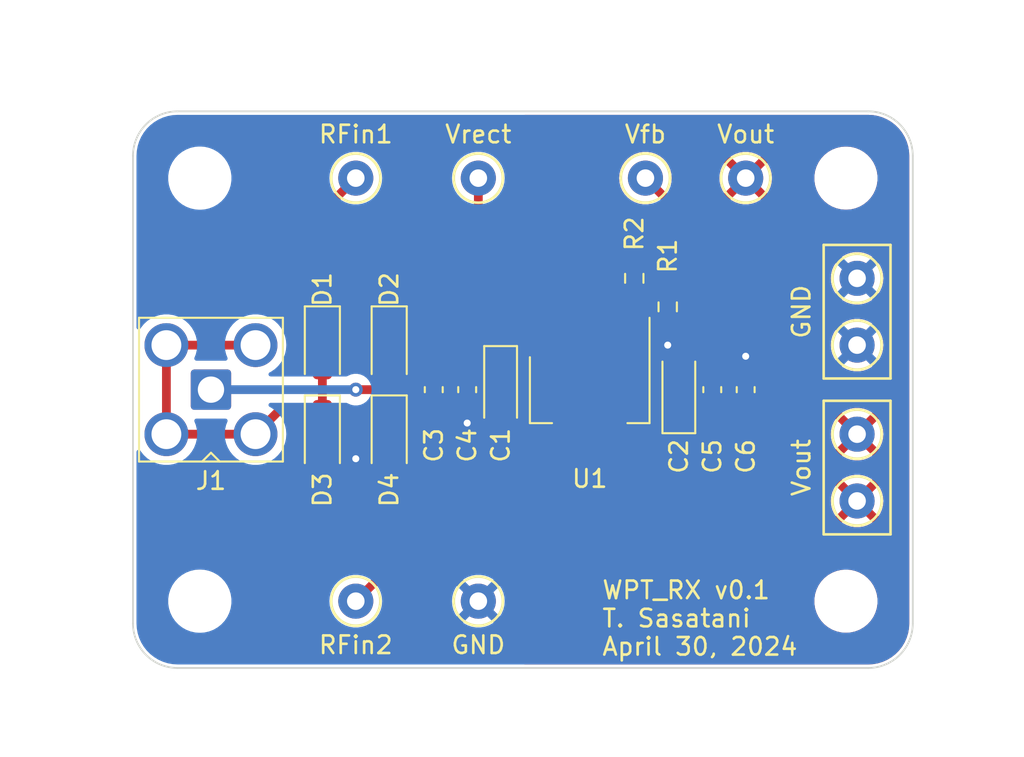
<source format=kicad_pcb>
(kicad_pcb (version 20221018) (generator pcbnew)
  (layers (0 "F.Cu" signal) (31 "B.Cu" signal) (34 "B.Paste" user) (35 "F.Paste" user) (36 "B.SilkS" user "B.Silkscreen") (37 "F.SilkS" user "F.Silkscreen") (38 "B.Mask" user) (39 "F.Mask" user) (44 "Edge.Cuts" user))
  (net 0 "")
  (net 1 "Net-(D1-K)")
  (net 2 "GND")
  (net 3 "Net-(D1-A)")
  (net 4 "Net-(D2-A)")
  (net 5 "Net-(U1-ADJ)")
  (net 6 "/Vout")
  (footprint "Capacitor_SMD:C_0603_1608Metric_Pad1.08x0.95mm_HandSolder" (layer "F.Cu") (at 153.67 79.375 90)
    (fp_text reference "C5" (at -3.81 0 90) (layer "F.SilkS"))
    (fp_text value "C")
    (fp_line (start -0.146267 -0.51) (end 0.146267 -0.51) (stroke (width 0.12)) (layer "F.SilkS"))
    (fp_line (start -0.146267 0.51) (end 0.146267 0.51) (stroke (width 0.12)) (layer "F.SilkS"))
    (pad "1" smd roundrect (at -0.8625 0 90) (size 1.075 0.95) (layers "F.Cu" "F.Paste" "F.Mask") (net 6 "/Vout"))
    (pad "2" smd roundrect (at 0.8625 0 90) (size 1.075 0.95) (layers "F.Cu" "F.Paste" "F.Mask") (net 2 "GND"))
  )
  (footprint "MountingHole:MountingHole_3.2mm_M3" (layer "F.Cu") (at 161.29 91.44)
    (fp_text reference "H4" hide)
    (fp_text value "MountingHole")
    (pad "" np_thru_hole circle (at 0 0) (size 3.2 3.2) (drill 3.2) (layers "*.Cu" "*.Mask"))
  )
  (footprint "TestPoint:TestPoint_Keystone_5000-5004_Miniature" (layer "F.Cu") (at 140.335 91.44 180)
    (fp_text reference "GND" (at 0 -2.5) (layer "F.SilkS"))
    (fp_text value "TestPoint")
    (fp_circle (center 0 0) (end 1.4 0) (stroke (width 0.15)) (fill none) (layer "F.SilkS"))
    (pad "1" thru_hole circle (at 0 0 180) (size 2 2) (drill 1) (layers "*.Cu" "*.Mask") (net 2 "GND"))
  )
  (footprint "TestPoint:TestPoint_Keystone_5000-5004_Miniature" (layer "F.Cu") (at 133.35 91.44 180)
    (fp_text reference "RFin2" (at 0 -2.5) (layer "F.SilkS"))
    (fp_text value "TestPoint")
    (fp_circle (center 0 0) (end 1.4 0) (stroke (width 0.15)) (fill none) (layer "F.SilkS"))
    (pad "1" thru_hole circle (at 0 0 180) (size 2 2) (drill 1) (layers "*.Cu" "*.Mask") (net 4 "Net-(D2-A)"))
  )
  (footprint "Diode_SMD:D_SOD-123F" (layer "F.Cu") (at 131.445 76.835 -90)
    (fp_text reference "D1" (at -3.175 0 90) (layer "F.SilkS"))
    (fp_text value "PMEG6010CEH")
    (fp_line (start -2.21 -1) (end -2.21 1) (stroke (width 0.12)) (layer "F.SilkS"))
    (fp_line (start -2.21 -1) (end 1.65 -1) (stroke (width 0.12)) (layer "F.SilkS"))
    (fp_line (start -2.21 1) (end 1.65 1) (stroke (width 0.12)) (layer "F.SilkS"))
    (pad "1" smd roundrect (at -1.4 0 270) (size 1.1 1.1) (layers "F.Cu" "F.Paste" "F.Mask") (roundrect_rratio 0.2272727273) (net 1 "Net-(D1-K)"))
    (pad "2" smd roundrect (at 1.4 0 270) (size 1.1 1.1) (layers "F.Cu" "F.Paste" "F.Mask") (roundrect_rratio 0.2272727273) (net 3 "Net-(D1-A)"))
  )
  (footprint "Capacitor_SMD:C_0603_1608Metric_Pad1.08x0.95mm_HandSolder" (layer "F.Cu") (at 137.795 79.375 -90)
    (fp_text reference "C3" (at 3.175 0 90) (layer "F.SilkS"))
    (fp_text value "C")
    (fp_line (start -0.146267 -0.51) (end 0.146267 -0.51) (stroke (width 0.12)) (layer "F.SilkS"))
    (fp_line (start -0.146267 0.51) (end 0.146267 0.51) (stroke (width 0.12)) (layer "F.SilkS"))
    (pad "1" smd roundrect (at -0.8625 0 270) (size 1.075 0.95) (layers "F.Cu" "F.Paste" "F.Mask") (net 1 "Net-(D1-K)"))
    (pad "2" smd roundrect (at 0.8625 0 270) (size 1.075 0.95) (layers "F.Cu" "F.Paste" "F.Mask") (net 2 "GND"))
  )
  (footprint "Connector_Coaxial:SMA_Amphenol_901-143_Horizontal" (layer "F.Cu") (at 125.095 79.375 90)
    (fp_text reference "J1" (at -5.2 0) (layer "F.SilkS"))
    (fp_text value "Conn_Coaxial")
    (fp_line (start -4.1 -4.1) (end -4.1 4.1) (stroke (width 0.12)) (layer "F.SilkS"))
    (fp_line (start -4.1 -4.1) (end 4.1 -4.1) (stroke (width 0.12)) (layer "F.SilkS"))
    (fp_line (start -4.1 0.5) (end -3.6 0) (stroke (width 0.12)) (layer "F.SilkS"))
    (fp_line (start -4.1 4.1) (end 4.1 4.1) (stroke (width 0.12)) (layer "F.SilkS"))
    (fp_line (start -3.6 0) (end -4.1 -0.5) (stroke (width 0.12)) (layer "F.SilkS"))
    (fp_line (start 4.1 -4.1) (end 4.1 4.1) (stroke (width 0.12)) (layer "F.SilkS"))
    (pad "1" thru_hole roundrect (at 0 0 90) (size 2.3 2.3) (drill 1.5) (layers "*.Cu" "*.Mask") (roundrect_rratio 0.087) (net 4 "Net-(D2-A)"))
    (pad "2" thru_hole circle (at -2.54 -2.54 90) (size 2.5 2.5) (drill 1.7) (layers "*.Cu" "*.Mask") (net 3 "Net-(D1-A)"))
    (pad "2" thru_hole circle (at -2.54 2.54 90) (size 2.5 2.5) (drill 1.7) (layers "*.Cu" "*.Mask") (net 3 "Net-(D1-A)"))
    (pad "2" thru_hole circle (at 2.54 -2.54 90) (size 2.5 2.5) (drill 1.7) (layers "*.Cu" "*.Mask") (net 3 "Net-(D1-A)"))
    (pad "2" thru_hole circle (at 2.54 2.54 90) (size 2.5 2.5) (drill 1.7) (layers "*.Cu" "*.Mask") (net 3 "Net-(D1-A)"))
  )
  (footprint "Capacitor_SMD:C_0603_1608Metric_Pad1.08x0.95mm_HandSolder" (layer "F.Cu") (at 139.7 79.375 -90)
    (fp_text reference "C4" (at 3.175 0 90) (layer "F.SilkS"))
    (fp_text value "C")
    (fp_line (start -0.146267 -0.51) (end 0.146267 -0.51) (stroke (width 0.12)) (layer "F.SilkS"))
    (fp_line (start -0.146267 0.51) (end 0.146267 0.51) (stroke (width 0.12)) (layer "F.SilkS"))
    (pad "1" smd roundrect (at -0.8625 0 270) (size 1.075 0.95) (layers "F.Cu" "F.Paste" "F.Mask") (net 1 "Net-(D1-K)"))
    (pad "2" smd roundrect (at 0.8625 0 270) (size 1.075 0.95) (layers "F.Cu" "F.Paste" "F.Mask") (net 2 "GND"))
  )
  (footprint "Diode_SMD:D_SOD-123F" (layer "F.Cu") (at 131.445 81.915 -90)
    (fp_text reference "D3" (at 3.175 0 90) (layer "F.SilkS"))
    (fp_text value "PMEG6010CEH")
    (fp_line (start -2.21 -1) (end -2.21 1) (stroke (width 0.12)) (layer "F.SilkS"))
    (fp_line (start -2.21 -1) (end 1.65 -1) (stroke (width 0.12)) (layer "F.SilkS"))
    (fp_line (start -2.21 1) (end 1.65 1) (stroke (width 0.12)) (layer "F.SilkS"))
    (pad "1" smd roundrect (at -1.4 0 270) (size 1.1 1.1) (layers "F.Cu" "F.Paste" "F.Mask") (roundrect_rratio 0.2272727273) (net 3 "Net-(D1-A)"))
    (pad "2" smd roundrect (at 1.4 0 270) (size 1.1 1.1) (layers "F.Cu" "F.Paste" "F.Mask") (roundrect_rratio 0.2272727273) (net 2 "GND"))
  )
  (footprint "Diode_SMD:D_SOD-123F" (layer "F.Cu") (at 135.255 76.835 -90)
    (fp_text reference "D2" (at -3.175 0 90) (layer "F.SilkS"))
    (fp_text value "PMEG6010CEH")
    (fp_line (start -2.21 -1) (end -2.21 1) (stroke (width 0.12)) (layer "F.SilkS"))
    (fp_line (start -2.21 -1) (end 1.65 -1) (stroke (width 0.12)) (layer "F.SilkS"))
    (fp_line (start -2.21 1) (end 1.65 1) (stroke (width 0.12)) (layer "F.SilkS"))
    (pad "1" smd roundrect (at -1.4 0 270) (size 1.1 1.1) (layers "F.Cu" "F.Paste" "F.Mask") (roundrect_rratio 0.2272727273) (net 1 "Net-(D1-K)"))
    (pad "2" smd roundrect (at 1.4 0 270) (size 1.1 1.1) (layers "F.Cu" "F.Paste" "F.Mask") (roundrect_rratio 0.2272727273) (net 4 "Net-(D2-A)"))
  )
  (footprint "Capacitor_Tantalum_SMD:CP_EIA-3216-10_Kemet-I_Pad1.58x1.35mm_HandSolder" (layer "F.Cu") (at 141.605 79.375 -90)
    (fp_text reference "C1" (at 3.175 0 90) (layer "F.SilkS"))
    (fp_text value "C_Polarized")
    (fp_line (start -2.485 -0.935) (end -2.485 0.935) (stroke (width 0.12)) (layer "F.SilkS"))
    (fp_line (start -2.485 0.935) (end 1.6 0.935) (stroke (width 0.12)) (layer "F.SilkS"))
    (fp_line (start 1.6 -0.935) (end -2.485 -0.935) (stroke (width 0.12)) (layer "F.SilkS"))
    (pad "1" smd roundrect (at -1.4375 0 270) (size 1.575 1.35) (layers "F.Cu" "F.Paste" "F.Mask") (roundrect_rratio 0.185185) (net 1 "Net-(D1-K)"))
    (pad "2" smd roundrect (at 1.4375 0 270) (size 1.575 1.35) (layers "F.Cu" "F.Paste" "F.Mask") (roundrect_rratio 0.185185) (net 2 "GND"))
  )
  (footprint "TestPoint:TestPoint_Keystone_5000-5004_Miniature" (layer "F.Cu") (at 133.35 67.31)
    (fp_text reference "RFin1" (at 0 -2.5) (layer "F.SilkS"))
    (fp_text value "TestPoint")
    (fp_circle (center 0 0) (end 1.4 0) (stroke (width 0.15)) (fill none) (layer "F.SilkS"))
    (pad "1" thru_hole circle (at 0 0) (size 2 2) (drill 1) (layers "*.Cu" "*.Mask") (net 3 "Net-(D1-A)"))
  )
  (footprint "TestPoint:TestPoint_Keystone_5000-5004_Miniature" (layer "F.Cu") (at 155.575 67.31)
    (fp_text reference "Vout" (at 0 -2.5) (layer "F.SilkS"))
    (fp_text value "TestPoint")
    (fp_circle (center 0 0) (end 1.4 0) (stroke (width 0.15)) (fill none) (layer "F.SilkS"))
    (pad "1" thru_hole circle (at 0 0) (size 2 2) (drill 1) (layers "*.Cu" "*.Mask") (net 6 "/Vout"))
  )
  (footprint "Package_TO_SOT_SMD:SOT-223-3_TabPin2" (layer "F.Cu") (at 146.685 79.375 -90)
    (fp_text reference "U1" (at 5.08 0 -180) (layer "F.SilkS"))
    (fp_text value "NCP1117-ADJ_SOT223")
    (fp_line (start -4.1 -3.41) (end 1.91 -3.41) (stroke (width 0.12)) (layer "F.SilkS"))
    (fp_line (start -1.85 3.41) (end 1.91 3.41) (stroke (width 0.12)) (layer "F.SilkS"))
    (fp_line (start 1.91 -3.41) (end 1.91 -2.15) (stroke (width 0.12)) (layer "F.SilkS"))
    (fp_line (start 1.91 3.41) (end 1.91 2.15) (stroke (width 0.12)) (layer "F.SilkS"))
    (pad "1" smd rect (at -3.15 -2.3 270) (size 2 1.5) (layers "F.Cu" "F.Paste" "F.Mask") (net 5 "Net-(U1-ADJ)"))
    (pad "2" smd rect (at -3.15 0 270) (size 2 1.5) (layers "F.Cu" "F.Paste" "F.Mask") (net 6 "/Vout"))
    (pad "2" smd rect (at 3.15 0 270) (size 2 3.8) (layers "F.Cu" "F.Paste" "F.Mask") (net 6 "/Vout"))
    (pad "3" smd rect (at -3.15 2.3 270) (size 2 1.5) (layers "F.Cu" "F.Paste" "F.Mask") (net 1 "Net-(D1-K)"))
  )
  (footprint "Resistor_SMD:R_0603_1608Metric_Pad0.98x0.95mm_HandSolder" (layer "F.Cu") (at 151.13 74.6525 -90)
    (fp_text reference "R1" (at -2.8975 0 90) (layer "F.SilkS"))
    (fp_text value "R")
    (fp_line (start -0.254724 -0.5225) (end 0.254724 -0.5225) (stroke (width 0.12)) (layer "F.SilkS"))
    (fp_line (start -0.254724 0.5225) (end 0.254724 0.5225) (stroke (width 0.12)) (layer "F.SilkS"))
    (pad "1" smd roundrect (at -0.9125 0 270) (size 0.975 0.95) (layers "F.Cu" "F.Paste" "F.Mask") (net 5 "Net-(U1-ADJ)"))
    (pad "2" smd roundrect (at 0.9125 0 270) (size 0.975 0.95) (layers "F.Cu" "F.Paste" "F.Mask") (net 2 "GND"))
  )
  (footprint "Diode_SMD:D_SOD-123F" (layer "F.Cu") (at 135.255 81.915 -90)
    (fp_text reference "D4" (at 3.175 0 90) (layer "F.SilkS"))
    (fp_text value "PMEG6010CEH")
    (fp_line (start -2.21 -1) (end -2.21 1) (stroke (width 0.12)) (layer "F.SilkS"))
    (fp_line (start -2.21 -1) (end 1.65 -1) (stroke (width 0.12)) (layer "F.SilkS"))
    (fp_line (start -2.21 1) (end 1.65 1) (stroke (width 0.12)) (layer "F.SilkS"))
    (pad "1" smd roundrect (at -1.4 0 270) (size 1.1 1.1) (layers "F.Cu" "F.Paste" "F.Mask") (roundrect_rratio 0.2272727273) (net 4 "Net-(D2-A)"))
    (pad "2" smd roundrect (at 1.4 0 270) (size 1.1 1.1) (layers "F.Cu" "F.Paste" "F.Mask") (roundrect_rratio 0.2272727273) (net 2 "GND"))
  )
  (footprint "TestPoint:TestPoint_Keystone_5000-5004_Miniature" (layer "F.Cu") (at 161.925 73.025 90)
    (fp_text reference "TP4" hide)
    (fp_text value "TestPoint")
    (fp_circle (center 0 0) (end 1.4 0) (stroke (width 0.15)) (fill none) (layer "F.SilkS"))
    (pad "1" thru_hole circle (at 0 0 90) (size 2 2) (drill 1) (layers "*.Cu" "*.Mask") (net 2 "GND"))
  )
  (footprint "TestPoint:TestPoint_Keystone_5000-5004_Miniature" (layer "F.Cu") (at 161.925 76.835 90)
    (fp_text reference "TP5" hide)
    (fp_text value "TestPoint")
    (fp_circle (center 0 0) (end 1.4 0) (stroke (width 0.15)) (fill none) (layer "F.SilkS"))
    (pad "1" thru_hole circle (at 0 0 90) (size 2 2) (drill 1) (layers "*.Cu" "*.Mask") (net 2 "GND"))
  )
  (footprint "TestPoint:TestPoint_Keystone_5000-5004_Miniature" (layer "F.Cu") (at 140.335 67.31)
    (fp_text reference "Vrect" (at 0 -2.5) (layer "F.SilkS"))
    (fp_text value "TestPoint")
    (fp_circle (center 0 0) (end 1.4 0) (stroke (width 0.15)) (fill none) (layer "F.SilkS"))
    (pad "1" thru_hole circle (at 0 0) (size 2 2) (drill 1) (layers "*.Cu" "*.Mask") (net 1 "Net-(D1-K)"))
  )
  (footprint "TestPoint:TestPoint_Keystone_5000-5004_Miniature" (layer "F.Cu") (at 161.925 81.915 90)
    (fp_text reference "TP8" hide)
    (fp_text value "TestPoint")
    (fp_circle (center 0 0) (end 1.4 0) (stroke (width 0.15)) (fill none) (layer "F.SilkS"))
    (pad "1" thru_hole circle (at 0 0 90) (size 2 2) (drill 1) (layers "*.Cu" "*.Mask") (net 6 "/Vout"))
  )
  (footprint "Resistor_SMD:R_0603_1608Metric_Pad0.98x0.95mm_HandSolder" (layer "F.Cu") (at 149.225 73.025 -90)
    (fp_text reference "R2" (at -2.54 0 90) (layer "F.SilkS"))
    (fp_text value "R")
    (fp_line (start -0.254724 -0.5225) (end 0.254724 -0.5225) (stroke (width 0.12)) (layer "F.SilkS"))
    (fp_line (start -0.254724 0.5225) (end 0.254724 0.5225) (stroke (width 0.12)) (layer "F.SilkS"))
    (pad "1" smd roundrect (at -0.9125 0 270) (size 0.975 0.95) (layers "F.Cu" "F.Paste" "F.Mask") (net 6 "/Vout"))
    (pad "2" smd roundrect (at 0.9125 0 270) (size 0.975 0.95) (layers "F.Cu" "F.Paste" "F.Mask") (net 5 "Net-(U1-ADJ)"))
  )
  (footprint "TestPoint:TestPoint_Keystone_5000-5004_Miniature" (layer "F.Cu") (at 161.925 85.725 90)
    (fp_text reference "TP9" hide)
    (fp_text value "TestPoint")
    (fp_circle (center 0 0) (end 1.4 0) (stroke (width 0.15)) (fill none) (layer "F.SilkS"))
    (pad "1" thru_hole circle (at 0 0 90) (size 2 2) (drill 1) (layers "*.Cu" "*.Mask") (net 6 "/Vout"))
  )
  (footprint "Capacitor_Tantalum_SMD:CP_EIA-3216-10_Kemet-I_Pad1.58x1.35mm_HandSolder" (layer "F.Cu") (at 151.765 79.375 90)
    (fp_text reference "C2" (at -3.81 0 90) (layer "F.SilkS"))
    (fp_text value "C_Polarized")
    (fp_line (start -2.485 -0.935) (end -2.485 0.935) (stroke (width 0.12)) (layer "F.SilkS"))
    (fp_line (start -2.485 0.935) (end 1.6 0.935) (stroke (width 0.12)) (layer "F.SilkS"))
    (fp_line (start 1.6 -0.935) (end -2.485 -0.935) (stroke (width 0.12)) (layer "F.SilkS"))
    (pad "1" smd roundrect (at -1.4375 0 90) (size 1.575 1.35) (layers "F.Cu" "F.Paste" "F.Mask") (roundrect_rratio 0.185185) (net 6 "/Vout"))
    (pad "2" smd roundrect (at 1.4375 0 90) (size 1.575 1.35) (layers "F.Cu" "F.Paste" "F.Mask") (roundrect_rratio 0.185185) (net 2 "GND"))
  )
  (footprint "MountingHole:MountingHole_3.2mm_M3" (layer "F.Cu") (at 124.46 91.44)
    (fp_text reference "H3" hide)
    (fp_text value "MountingHole")
    (pad "" np_thru_hole circle (at 0 0) (size 3.2 3.2) (drill 3.2) (layers "*.Cu" "*.Mask"))
  )
  (footprint "MountingHole:MountingHole_3.2mm_M3" (layer "F.Cu") (at 161.29 67.31 90)
    (fp_text reference "H2" hide)
    (fp_text value "MountingHole")
    (pad "" np_thru_hole circle (at 0 0 90) (size 3.2 3.2) (drill 3.2) (layers "*.Cu" "*.Mask"))
  )
  (footprint "MountingHole:MountingHole_3.2mm_M3" (layer "F.Cu") (at 124.46 67.31)
    (fp_text reference "H1" hide)
    (fp_text value "MountingHole")
    (pad "" np_thru_hole circle (at 0 0) (size 3.2 3.2) (drill 3.2) (layers "*.Cu" "*.Mask"))
  )
  (footprint "TestPoint:TestPoint_Keystone_5000-5004_Miniature" (layer "F.Cu") (at 149.86 67.31)
    (fp_text reference "Vfb" (at 0 -2.5) (layer "F.SilkS"))
    (fp_text value "TestPoint")
    (fp_circle (center 0 0) (end 1.4 0) (stroke (width 0.15)) (fill none) (layer "F.SilkS"))
    (pad "1" thru_hole circle (at 0 0) (size 2 2) (drill 1) (layers "*.Cu" "*.Mask") (net 5 "Net-(U1-ADJ)"))
  )
  (footprint "Capacitor_SMD:C_0603_1608Metric_Pad1.08x0.95mm_HandSolder" (layer "F.Cu") (at 155.575 79.375 90)
    (fp_text reference "C6" (at -3.81 0 90) (layer "F.SilkS"))
    (fp_text value "C")
    (fp_line (start -0.146267 -0.51) (end 0.146267 -0.51) (stroke (width 0.12)) (layer "F.SilkS"))
    (fp_line (start -0.146267 0.51) (end 0.146267 0.51) (stroke (width 0.12)) (layer "F.SilkS"))
    (pad "1" smd roundrect (at -0.8625 0 90) (size 1.075 0.95) (layers "F.Cu" "F.Paste" "F.Mask") (net 6 "/Vout"))
    (pad "2" smd roundrect (at 0.8625 0 90) (size 1.075 0.95) (layers "F.Cu" "F.Paste" "F.Mask") (net 2 "GND"))
  )
  (gr_line (start 160.02 87.63) (end 160.02 80.01) (stroke (width 0.15)) (layer "F.SilkS"))
  (gr_line (start 163.83 78.74) (end 160.02 78.74) (stroke (width 0.15)) (layer "F.SilkS"))
  (gr_line (start 160.02 78.74) (end 160.02 71.12) (stroke (width 0.15)) (layer "F.SilkS"))
  (gr_line (start 160.02 80.01) (end 163.83 80.01) (stroke (width 0.15)) (layer "F.SilkS"))
  (gr_line (start 163.83 80.01) (end 163.83 87.63) (stroke (width 0.15)) (layer "F.SilkS"))
  (gr_line (start 160.02 71.12) (end 163.83 71.12) (stroke (width 0.15)) (layer "F.SilkS"))
  (gr_line (start 163.83 71.12) (end 163.83 78.74) (stroke (width 0.15)) (layer "F.SilkS"))
  (gr_line (start 163.83 87.63) (end 160.02 87.63) (stroke (width 0.15)) (layer "F.SilkS"))
  (gr_line (start 165.1 66.04) (end 165.1 92.71) (stroke (width 0.1)) (layer "Edge.Cuts"))
  (gr_line (start 162.56 95.25) (end 123.19 95.25) (stroke (width 0.1)) (layer "Edge.Cuts"))
  (gr_arc (start 165.1 92.71) (mid 164.356051 94.506051) (end 162.56 95.25) (stroke (width 0.1)) (layer "Edge.Cuts"))
  (gr_arc (start 162.56 63.5) (mid 164.356051 64.243949) (end 165.1 66.04) (stroke (width 0.1)) (layer "Edge.Cuts"))
  (gr_line (start 120.65 92.71) (end 120.65 66.04) (stroke (width 0.1)) (layer "Edge.Cuts"))
  (gr_arc (start 120.65 66.04) (mid 121.393949 64.243949) (end 123.19 63.5) (stroke (width 0.1)) (layer "Edge.Cuts"))
  (gr_line (start 123.19 63.5) (end 162.56 63.5) (stroke (width 0.1)) (layer "Edge.Cuts"))
  (gr_arc (start 123.19 95.25) (mid 121.393949 94.506051) (end 120.65 92.71) (stroke (width 0.1)) (layer "Edge.Cuts"))
  (gr_text "Vout" (at 158.75 83.82 90) (layer "F.SilkS") (effects (font (size 1 1))))
  (gr_text "WPT_RX v0.1\nT. Sasatani\nApril 30, 2024" (at 147.32 94.615) (layer "F.SilkS") (effects (font (size 1 1)) (justify left bottom)))
  (gr_text "GND" (at 158.75 74.93 90) (layer "F.SilkS") (effects (font (size 1 1))))
  (segment (start 131.445 75.435) (end 135.255 75.435) (width 0.5) (layer "F.Cu") (net 1))
  (segment (start 141.03 78.5125) (end 141.605 77.9375) (width 0.5) (layer "F.Cu") (net 1))
  (segment (start 142.6725 77.9375) (end 144.385 76.225) (width 0.5) (layer "F.Cu") (net 1))
  (segment (start 140.335 76.6675) (end 141.605 77.9375) (width 0.5) (layer "F.Cu") (net 1))
  (segment (start 140.335 67.31) (end 140.335 76.6675) (width 0.5) (layer "F.Cu") (net 1))
  (segment (start 139.7 78.5125) (end 141.03 78.5125) (width 0.5) (layer "F.Cu") (net 1))
  (segment (start 137.795 78.5125) (end 139.7 78.5125) (width 0.5) (layer "F.Cu") (net 1))
  (segment (start 137.795 77.975) (end 135.255 75.435) (width 0.5) (layer "F.Cu") (net 1))
  (segment (start 137.795 78.5125) (end 137.795 77.975) (width 0.5) (layer "F.Cu") (net 1))
  (segment (start 141.605 77.9375) (end 142.6725 77.9375) (width 0.5) (layer "F.Cu") (net 1))
  (segment (start 151.765 77.9375) (end 153.095 77.9375) (width 0.5) (layer "F.Cu") (net 2))
  (segment (start 151.13 77.3025) (end 151.765 77.9375) (width 0.5) (layer "F.Cu") (net 2))
  (segment (start 153.095 77.9375) (end 153.67 78.5125) (width 0.5) (layer "F.Cu") (net 2))
  (segment (start 139.7 80.2375) (end 139.7 81.28) (width 0.5) (layer "F.Cu") (net 2))
  (segment (start 151.13 76.835) (end 151.13 77.3025) (width 0.5) (layer "F.Cu") (net 2))
  (segment (start 153.67 78.5125) (end 155.575 78.5125) (width 0.5) (layer "F.Cu") (net 2))
  (segment (start 131.445 83.315) (end 135.255 83.315) (width 0.5) (layer "F.Cu") (net 2))
  (segment (start 139.7 80.2375) (end 141.03 80.2375) (width 0.5) (layer "F.Cu") (net 2))
  (segment (start 141.03 80.2375) (end 141.605 80.8125) (width 0.5) (layer "F.Cu") (net 2))
  (segment (start 137.795 80.2375) (end 139.7 80.2375) (width 0.5) (layer "F.Cu") (net 2))
  (segment (start 151.13 75.565) (end 151.13 76.835) (width 0.5) (layer "F.Cu") (net 2))
  (segment (start 155.575 78.5125) (end 155.575 77.47) (width 0.5) (layer "F.Cu") (net 2))
  (via (at 133.35 83.315) (size 0.8) (drill 0.4) (layers "F.Cu" "B.Cu") (net 2))
  (via (at 155.575 77.47) (size 0.8) (drill 0.4) (layers "F.Cu" "B.Cu") (net 2))
  (via (at 139.7 81.28) (size 0.8) (drill 0.4) (layers "F.Cu" "B.Cu") (net 2))
  (via (at 151.13 76.835) (size 0.8) (drill 0.4) (layers "F.Cu" "B.Cu") (net 2))
  (segment (start 129.035 80.515) (end 127.635 81.915) (width 0.5) (layer "F.Cu") (net 3))
  (segment (start 131.445 78.235) (end 131.445 80.515) (width 0.5) (layer "F.Cu") (net 3))
  (segment (start 127.635 81.915) (end 122.555 81.915) (width 0.5) (layer "F.Cu") (net 3))
  (segment (start 122.555 76.835) (end 127.635 76.835) (width 0.5) (layer "F.Cu") (net 3))
  (segment (start 130.445 77.235) (end 130.445 70.215) (width 0.5) (layer "F.Cu") (net 3))
  (segment (start 131.445 80.515) (end 129.035 80.515) (width 0.5) (layer "F.Cu") (net 3))
  (segment (start 131.445 78.235) (end 130.445 77.235) (width 0.5) (layer "F.Cu") (net 3))
  (segment (start 130.445 70.215) (end 133.35 67.31) (width 0.5) (layer "F.Cu") (net 3))
  (segment (start 122.555 81.915) (end 122.555 76.835) (width 0.5) (layer "F.Cu") (net 3))
  (segment (start 135.255 79.375) (end 135.255 80.515) (width 0.5) (layer "F.Cu") (net 4))
  (segment (start 135.255 79.375) (end 133.35 79.375) (width 0.5) (layer "F.Cu") (net 4))
  (segment (start 136.255 81.515) (end 136.255 88.535) (width 0.5) (layer "F.Cu") (net 4))
  (segment (start 135.255 80.515) (end 136.255 81.515) (width 0.5) (layer "F.Cu") (net 4))
  (segment (start 136.255 88.535) (end 133.35 91.44) (width 0.5) (layer "F.Cu") (net 4))
  (segment (start 135.255 78.235) (end 135.255 79.375) (width 0.5) (layer "F.Cu") (net 4))
  (via (at 133.35 79.375) (size 0.8) (drill 0.4) (layers "F.Cu" "B.Cu") (net 4))
  (segment (start 125.095 79.375) (end 133.35 79.375) (width 0.5) (layer "B.Cu") (net 4))
  (segment (start 149.86 67.31) (end 151.13 68.58) (width 0.5) (layer "F.Cu") (net 5))
  (segment (start 149.225 73.9375) (end 150.9325 73.9375) (width 0.5) (layer "F.Cu") (net 5))
  (segment (start 150.9325 73.9375) (end 151.13 73.74) (width 0.5) (layer "F.Cu") (net 5))
  (segment (start 151.13 68.58) (end 151.13 73.74) (width 0.5) (layer "F.Cu") (net 5))
  (segment (start 148.985 76.225) (end 148.985 74.1775) (width 0.5) (layer "F.Cu") (net 5))
  (segment (start 151.05 73.66) (end 151.13 73.74) (width 0.5) (layer "F.Cu") (net 5))
  (segment (start 148.985 74.1775) (end 149.225 73.9375) (width 0.5) (layer "F.Cu") (net 5))
  (zone (net 6) (net_name "/Vout") (layer "F.Cu") (name "Vout") (priority 1) (connect_pads (clearance 0.5)) (min_thickness 0.25) (fill yes (thermal_gap 0.5) (thermal_bridge_width 0.5))
    (polygon (pts (xy 142.875 62.865) (xy 167.005 62.865) (xy 167.005 95.885) (xy 142.875 95.885)))
  )
  (zone (net 2) (net_name "GND") (layer "B.Cu") (name "GND") (connect_pads (clearance 0.5)) (min_thickness 0.25) (fill yes (thermal_gap 0.5) (thermal_bridge_width 0.5))
    (polygon (pts (xy 114.3 57.15) (xy 171.45 57.15) (xy 171.45 100.33) (xy 114.3 100.33)))
  )
)
</source>
